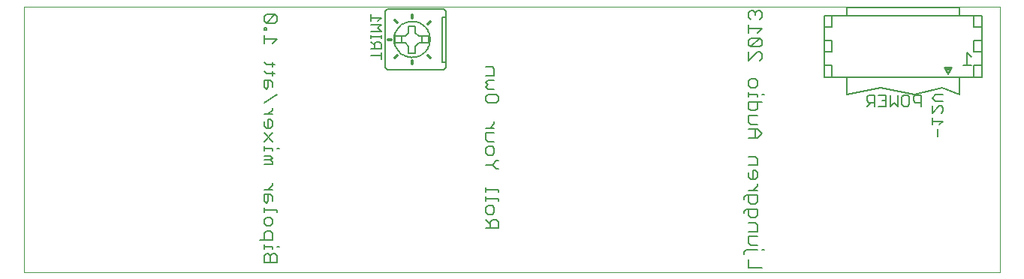
<source format=gbo>
G75*
G70*
%OFA0B0*%
%FSLAX24Y24*%
%IPPOS*%
%LPD*%
%AMOC8*
5,1,8,0,0,1.08239X$1,22.5*
%
%ADD10C,0.0000*%
%ADD11C,0.0070*%
%ADD12C,0.0080*%
%ADD13C,0.0060*%
%ADD14R,0.0200X0.0100*%
%ADD15R,0.0150X0.0050*%
%ADD16R,0.0100X0.0100*%
%ADD17C,0.0120*%
%ADD18C,0.0050*%
D10*
X000190Y000492D02*
X000190Y012303D01*
X043497Y012303D01*
X043497Y000492D01*
X000190Y000492D01*
D11*
X037605Y007878D02*
X037768Y008041D01*
X037687Y008041D02*
X037932Y008041D01*
X037687Y008041D02*
X037605Y008123D01*
X037605Y008287D01*
X037687Y008368D01*
X037932Y008368D01*
X037932Y007878D01*
X038120Y007878D02*
X038447Y007878D01*
X038447Y008368D01*
X038120Y008368D01*
X038636Y008368D02*
X038636Y007878D01*
X038800Y008041D01*
X038963Y007878D01*
X038963Y008368D01*
X039152Y008287D02*
X039233Y008368D01*
X039397Y008368D01*
X039479Y008287D01*
X039479Y007960D01*
X039397Y007878D01*
X039233Y007878D01*
X039152Y007960D01*
X039152Y008287D01*
X039667Y008287D02*
X039667Y008123D01*
X039749Y008041D01*
X039994Y008041D01*
X039749Y008368D02*
X039667Y008287D01*
X039749Y008368D02*
X039994Y008368D01*
X039994Y007878D01*
X040491Y007892D02*
X040491Y007565D01*
X040817Y007892D01*
X040899Y007892D01*
X040981Y007810D01*
X040981Y007647D01*
X040899Y007565D01*
X040491Y007377D02*
X040491Y007050D01*
X040491Y007213D02*
X040981Y007213D01*
X040817Y007050D01*
X040736Y006861D02*
X040736Y006534D01*
X040654Y008081D02*
X040491Y008244D01*
X040654Y008408D01*
X040981Y008408D01*
X040981Y008081D02*
X040654Y008081D01*
X038447Y008123D02*
X038284Y008123D01*
D12*
X033027Y008385D02*
X032930Y008385D01*
X032737Y008385D02*
X032737Y008288D01*
X032737Y008385D02*
X032350Y008385D01*
X032350Y008288D02*
X032350Y008482D01*
X032447Y008694D02*
X032350Y008790D01*
X032350Y008984D01*
X032447Y009081D01*
X032640Y009081D01*
X032737Y008984D01*
X032737Y008790D01*
X032640Y008694D01*
X032447Y008694D01*
X032350Y008068D02*
X032350Y007777D01*
X032447Y007681D01*
X032640Y007681D01*
X032737Y007777D01*
X032737Y008068D01*
X032930Y008068D02*
X032350Y008068D01*
X032350Y007460D02*
X032737Y007460D01*
X032350Y007460D02*
X032350Y007170D01*
X032447Y007073D01*
X032737Y007073D01*
X032737Y006852D02*
X032350Y006852D01*
X032640Y006852D02*
X032640Y006465D01*
X032737Y006465D02*
X032930Y006659D01*
X032737Y006852D01*
X032737Y006465D02*
X032350Y006465D01*
X032350Y005637D02*
X032640Y005637D01*
X032737Y005540D01*
X032737Y005250D01*
X032350Y005250D01*
X032543Y005029D02*
X032543Y004642D01*
X032447Y004642D02*
X032640Y004642D01*
X032737Y004739D01*
X032737Y004932D01*
X032640Y005029D01*
X032543Y005029D01*
X032350Y004932D02*
X032350Y004739D01*
X032447Y004642D01*
X032737Y004426D02*
X032737Y004329D01*
X032543Y004136D01*
X032350Y004136D02*
X032737Y004136D01*
X032737Y003915D02*
X032253Y003915D01*
X032157Y003818D01*
X032157Y003721D01*
X032350Y003625D02*
X032350Y003915D01*
X032737Y003915D02*
X032737Y003625D01*
X032640Y003528D01*
X032447Y003528D01*
X032350Y003625D01*
X032350Y003307D02*
X032350Y003017D01*
X032447Y002920D01*
X032640Y002920D01*
X032737Y003017D01*
X032737Y003307D01*
X032253Y003307D01*
X032157Y003211D01*
X032157Y003114D01*
X032350Y002700D02*
X032640Y002700D01*
X032737Y002603D01*
X032737Y002313D01*
X032350Y002313D01*
X032350Y002092D02*
X032737Y002092D01*
X032350Y002092D02*
X032350Y001802D01*
X032447Y001705D01*
X032737Y001705D01*
X032737Y001493D02*
X032253Y001493D01*
X032157Y001396D01*
X032157Y001300D01*
X032350Y001079D02*
X032350Y000692D01*
X032930Y000692D01*
X032930Y001493D02*
X033027Y001493D01*
X021250Y002452D02*
X021250Y002742D01*
X021154Y002839D01*
X020960Y002839D01*
X020863Y002742D01*
X020863Y002452D01*
X020670Y002452D02*
X021250Y002452D01*
X020863Y002645D02*
X020670Y002839D01*
X020767Y003060D02*
X020670Y003156D01*
X020670Y003350D01*
X020767Y003447D01*
X020960Y003447D01*
X021057Y003350D01*
X021057Y003156D01*
X020960Y003060D01*
X020767Y003060D01*
X020670Y003667D02*
X020670Y003861D01*
X020670Y003764D02*
X021250Y003764D01*
X021250Y003667D01*
X021250Y004073D02*
X021250Y004169D01*
X020670Y004169D01*
X020670Y004073D02*
X020670Y004266D01*
X021154Y005085D02*
X020960Y005279D01*
X020670Y005279D01*
X020960Y005279D02*
X021154Y005472D01*
X021250Y005472D01*
X020960Y005693D02*
X020767Y005693D01*
X020670Y005790D01*
X020670Y005983D01*
X020767Y006080D01*
X020960Y006080D01*
X021057Y005983D01*
X021057Y005790D01*
X020960Y005693D01*
X021057Y006301D02*
X020767Y006301D01*
X020670Y006398D01*
X020670Y006688D01*
X021057Y006688D01*
X021057Y006909D02*
X020670Y006909D01*
X020863Y006909D02*
X021057Y007102D01*
X021057Y007199D01*
X021154Y008023D02*
X020767Y008023D01*
X020670Y008119D01*
X020670Y008313D01*
X020767Y008410D01*
X021154Y008410D01*
X021250Y008313D01*
X021250Y008119D01*
X021154Y008023D01*
X021057Y008630D02*
X020767Y008630D01*
X020670Y008727D01*
X020767Y008824D01*
X020670Y008921D01*
X020767Y009017D01*
X021057Y009017D01*
X021057Y009238D02*
X020670Y009238D01*
X021057Y009238D02*
X021057Y009528D01*
X020960Y009625D01*
X020670Y009625D01*
X011410Y008409D02*
X010830Y008022D01*
X011217Y007806D02*
X011217Y007709D01*
X011023Y007516D01*
X010830Y007516D02*
X011217Y007516D01*
X011120Y007295D02*
X011023Y007295D01*
X011023Y006908D01*
X010927Y006908D02*
X011120Y006908D01*
X011217Y007005D01*
X011217Y007198D01*
X011120Y007295D01*
X010830Y007198D02*
X010830Y007005D01*
X010927Y006908D01*
X010830Y006687D02*
X011217Y006300D01*
X010830Y006300D02*
X011217Y006687D01*
X010830Y006088D02*
X010830Y005895D01*
X010830Y005992D02*
X011217Y005992D01*
X011217Y005895D01*
X011410Y005992D02*
X011507Y005992D01*
X011120Y005674D02*
X010830Y005674D01*
X011120Y005674D02*
X011217Y005578D01*
X011120Y005481D01*
X010830Y005481D01*
X010830Y005287D02*
X011217Y005287D01*
X011217Y005384D01*
X011120Y005481D01*
X011217Y004463D02*
X011217Y004367D01*
X011023Y004173D01*
X010830Y004173D02*
X011217Y004173D01*
X011120Y003952D02*
X010830Y003952D01*
X010830Y003662D01*
X010927Y003565D01*
X011023Y003662D01*
X011023Y003952D01*
X011120Y003952D02*
X011217Y003856D01*
X011217Y003662D01*
X011410Y003257D02*
X010830Y003257D01*
X010830Y003160D02*
X010830Y003354D01*
X011410Y003257D02*
X011410Y003160D01*
X011120Y002940D02*
X011217Y002843D01*
X011217Y002649D01*
X011120Y002553D01*
X010927Y002553D01*
X010830Y002649D01*
X010830Y002843D01*
X010927Y002940D01*
X011120Y002940D01*
X011120Y002332D02*
X010927Y002332D01*
X010830Y002235D01*
X010830Y001945D01*
X010637Y001945D02*
X011217Y001945D01*
X011217Y002235D01*
X011120Y002332D01*
X010830Y001733D02*
X010830Y001540D01*
X010830Y001636D02*
X011217Y001636D01*
X011217Y001540D01*
X011410Y001636D02*
X011507Y001636D01*
X011314Y001319D02*
X011217Y001319D01*
X011120Y001222D01*
X011120Y000932D01*
X010830Y000932D02*
X010830Y001222D01*
X010927Y001319D01*
X011023Y001319D01*
X011120Y001222D01*
X011314Y001319D02*
X011410Y001222D01*
X011410Y000932D01*
X010830Y000932D01*
X021154Y005085D02*
X021250Y005085D01*
X011217Y008726D02*
X011217Y008920D01*
X011120Y009017D01*
X010830Y009017D01*
X010830Y008726D01*
X010927Y008630D01*
X011023Y008726D01*
X011023Y009017D01*
X011217Y009237D02*
X011217Y009431D01*
X011314Y009334D02*
X010927Y009334D01*
X010830Y009431D01*
X011217Y009643D02*
X011217Y009836D01*
X011314Y009739D02*
X010927Y009739D01*
X010830Y009836D01*
X010830Y010655D02*
X010830Y011042D01*
X010830Y011263D02*
X010830Y011360D01*
X010927Y011360D01*
X010927Y011263D01*
X010830Y011263D01*
X010927Y011567D02*
X010830Y011664D01*
X010830Y011857D01*
X010927Y011954D01*
X011314Y011954D01*
X010927Y011567D01*
X011314Y011567D01*
X011410Y011664D01*
X011410Y011857D01*
X011314Y011954D01*
X011410Y010849D02*
X010830Y010849D01*
X011217Y010655D02*
X011410Y010849D01*
X032350Y010807D02*
X032350Y010613D01*
X032447Y010517D01*
X032834Y010904D01*
X032447Y010904D01*
X032350Y010807D01*
X032834Y010904D02*
X032930Y010807D01*
X032930Y010613D01*
X032834Y010517D01*
X032447Y010517D01*
X032350Y010296D02*
X032350Y009909D01*
X032737Y010296D01*
X032834Y010296D01*
X032930Y010199D01*
X032930Y010006D01*
X032834Y009909D01*
X032737Y011124D02*
X032930Y011318D01*
X032350Y011318D01*
X032350Y011511D02*
X032350Y011124D01*
X032447Y011732D02*
X032350Y011829D01*
X032350Y012022D01*
X032447Y012119D01*
X032543Y012119D01*
X032640Y012022D01*
X032640Y011926D01*
X032640Y012022D02*
X032737Y012119D01*
X032834Y012119D01*
X032930Y012022D01*
X032930Y011829D01*
X032834Y011732D01*
D13*
X035706Y011901D02*
X035706Y011381D01*
X035706Y010781D01*
X035706Y010281D01*
X035706Y009681D01*
X036056Y009681D01*
X036056Y009151D01*
X035706Y009151D01*
X035706Y009681D01*
X035706Y010281D02*
X036056Y010281D01*
X036056Y010781D01*
X035706Y010781D01*
X035706Y011381D02*
X036056Y011381D01*
X036056Y011901D01*
X036706Y011901D01*
X041706Y011901D01*
X042356Y011901D01*
X042696Y011901D01*
X042696Y011381D01*
X042696Y010781D01*
X042696Y010281D01*
X042696Y009681D01*
X042696Y009151D01*
X042356Y009151D01*
X041706Y009151D01*
X036706Y009151D01*
X036056Y009151D01*
X036706Y009151D02*
X036706Y008391D01*
X038206Y008681D01*
X039706Y008391D01*
X040956Y008681D01*
X041706Y008391D01*
X041706Y009151D01*
X041206Y009281D02*
X041206Y009381D01*
X041206Y009281D02*
X041376Y009611D01*
X041036Y009611D01*
X041206Y009281D01*
X041868Y009711D02*
X042228Y009711D01*
X042356Y009681D02*
X042696Y009681D01*
X042356Y009681D02*
X042356Y009151D01*
X042048Y009711D02*
X042048Y010252D01*
X042228Y010072D01*
X042356Y010281D02*
X042356Y010781D01*
X042696Y010781D01*
X042696Y010281D02*
X042356Y010281D01*
X042356Y011381D02*
X042356Y011901D01*
X041706Y011901D02*
X041706Y012271D01*
X036706Y012271D01*
X036706Y011901D01*
X036056Y011901D02*
X035706Y011901D01*
X042356Y011381D02*
X042696Y011381D01*
X018902Y011096D02*
X018902Y010596D01*
X018902Y009846D01*
X018902Y009596D01*
X018802Y009496D01*
X018152Y009496D01*
X017652Y009496D01*
X016302Y009496D01*
X016202Y009596D01*
X016202Y012096D01*
X016302Y012196D01*
X017652Y012196D01*
X018152Y012196D01*
X018802Y012196D01*
X018902Y012096D01*
X018902Y011846D01*
X018902Y011096D01*
X018752Y011246D02*
X018752Y011846D01*
X018902Y011846D01*
X017552Y011446D02*
X017552Y011146D01*
X017702Y010996D01*
X017852Y010996D01*
X018152Y010996D01*
X018152Y010696D01*
X017852Y010696D01*
X017702Y010696D01*
X017552Y010546D01*
X017552Y010246D01*
X017252Y010246D01*
X017252Y010546D01*
X017102Y010696D01*
X016952Y010696D01*
X016652Y010696D01*
X016652Y010996D01*
X016952Y010996D01*
X017102Y010996D01*
X017252Y011146D01*
X017252Y011446D01*
X017552Y011446D01*
X018752Y011246D02*
X018752Y010446D01*
X018752Y009846D01*
X018902Y009846D01*
X017852Y010696D02*
X017852Y010996D01*
X016602Y010846D02*
X016604Y010902D01*
X016610Y010959D01*
X016620Y011014D01*
X016634Y011069D01*
X016651Y011123D01*
X016673Y011175D01*
X016698Y011225D01*
X016726Y011274D01*
X016758Y011321D01*
X016793Y011365D01*
X016831Y011407D01*
X016872Y011446D01*
X016916Y011481D01*
X016962Y011514D01*
X017010Y011543D01*
X017060Y011569D01*
X017112Y011592D01*
X017166Y011610D01*
X017220Y011625D01*
X017275Y011636D01*
X017331Y011643D01*
X017388Y011646D01*
X017444Y011645D01*
X017501Y011640D01*
X017556Y011631D01*
X017611Y011618D01*
X017665Y011601D01*
X017718Y011581D01*
X017769Y011557D01*
X017818Y011529D01*
X017865Y011498D01*
X017910Y011464D01*
X017953Y011426D01*
X017992Y011386D01*
X018029Y011343D01*
X018062Y011298D01*
X018092Y011250D01*
X018119Y011200D01*
X018142Y011149D01*
X018162Y011096D01*
X018178Y011042D01*
X018190Y010986D01*
X018198Y010931D01*
X018202Y010874D01*
X018202Y010818D01*
X018198Y010761D01*
X018190Y010706D01*
X018178Y010650D01*
X018162Y010596D01*
X018142Y010543D01*
X018119Y010492D01*
X018092Y010442D01*
X018062Y010394D01*
X018029Y010349D01*
X017992Y010306D01*
X017953Y010266D01*
X017910Y010228D01*
X017865Y010194D01*
X017818Y010163D01*
X017769Y010135D01*
X017718Y010111D01*
X017665Y010091D01*
X017611Y010074D01*
X017556Y010061D01*
X017501Y010052D01*
X017444Y010047D01*
X017388Y010046D01*
X017331Y010049D01*
X017275Y010056D01*
X017220Y010067D01*
X017166Y010082D01*
X017112Y010100D01*
X017060Y010123D01*
X017010Y010149D01*
X016962Y010178D01*
X016916Y010211D01*
X016872Y010246D01*
X016831Y010285D01*
X016793Y010327D01*
X016758Y010371D01*
X016726Y010418D01*
X016698Y010467D01*
X016673Y010517D01*
X016651Y010569D01*
X016634Y010623D01*
X016620Y010678D01*
X016610Y010733D01*
X016604Y010790D01*
X016602Y010846D01*
X016952Y010696D02*
X016952Y010996D01*
D14*
X041206Y009491D03*
D15*
X041281Y009566D03*
X041131Y009566D03*
D16*
X041206Y009411D03*
D17*
X018202Y010046D02*
X018102Y010146D01*
X017402Y009906D02*
X017402Y009756D01*
X016752Y010146D02*
X016652Y010046D01*
X016482Y010846D02*
X016332Y010846D01*
X018102Y011546D02*
X018202Y011646D01*
X017402Y011786D02*
X017402Y011936D01*
X016752Y011596D02*
X016652Y011696D01*
D18*
X016028Y011811D02*
X015877Y011661D01*
X016028Y011811D02*
X015577Y011811D01*
X015577Y011661D02*
X015577Y011961D01*
X015577Y011501D02*
X016028Y011501D01*
X015877Y011351D01*
X016028Y011200D01*
X015577Y011200D01*
X015577Y011044D02*
X015577Y010894D01*
X015577Y010969D02*
X016028Y010969D01*
X016028Y010894D02*
X016028Y011044D01*
X015953Y010733D02*
X015802Y010733D01*
X015727Y010658D01*
X015727Y010433D01*
X015577Y010433D02*
X016028Y010433D01*
X016028Y010658D01*
X015953Y010733D01*
X015727Y010583D02*
X015577Y010733D01*
X016028Y010273D02*
X016028Y009973D01*
X016028Y010123D02*
X015577Y010123D01*
M02*

</source>
